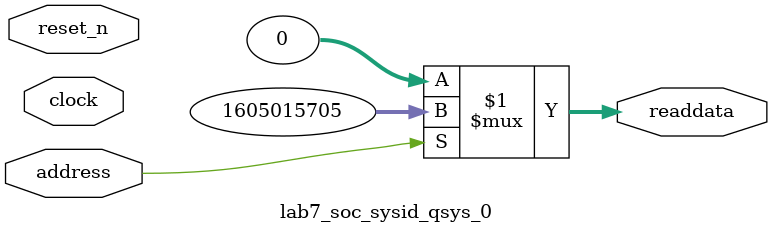
<source format=v>



// synthesis translate_off
`timescale 1ns / 1ps
// synthesis translate_on

// turn off superfluous verilog processor warnings 
// altera message_level Level1 
// altera message_off 10034 10035 10036 10037 10230 10240 10030 

module lab7_soc_sysid_qsys_0 (
               // inputs:
                address,
                clock,
                reset_n,

               // outputs:
                readdata
             )
;

  output  [ 31: 0] readdata;
  input            address;
  input            clock;
  input            reset_n;

  wire    [ 31: 0] readdata;
  //control_slave, which is an e_avalon_slave
  assign readdata = address ? 1605015705 : 0;

endmodule



</source>
